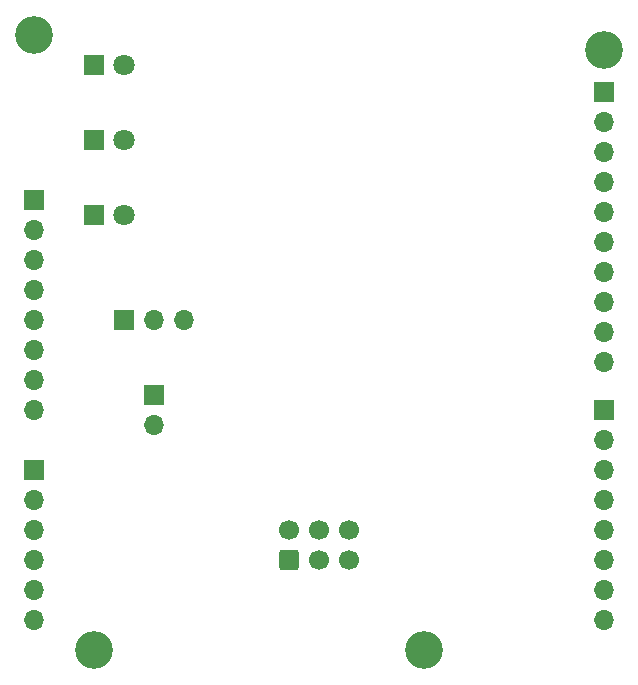
<source format=gbr>
%TF.GenerationSoftware,KiCad,Pcbnew,7.0.10-7.0.10~ubuntu22.04.1*%
%TF.CreationDate,2024-01-23T12:26:40-05:00*%
%TF.ProjectId,arduino_icsp_shield,61726475-696e-46f5-9f69-6373705f7368,0.1*%
%TF.SameCoordinates,Original*%
%TF.FileFunction,Soldermask,Bot*%
%TF.FilePolarity,Negative*%
%FSLAX46Y46*%
G04 Gerber Fmt 4.6, Leading zero omitted, Abs format (unit mm)*
G04 Created by KiCad (PCBNEW 7.0.10-7.0.10~ubuntu22.04.1) date 2024-01-23 12:26:40*
%MOMM*%
%LPD*%
G01*
G04 APERTURE LIST*
G04 Aperture macros list*
%AMRoundRect*
0 Rectangle with rounded corners*
0 $1 Rounding radius*
0 $2 $3 $4 $5 $6 $7 $8 $9 X,Y pos of 4 corners*
0 Add a 4 corners polygon primitive as box body*
4,1,4,$2,$3,$4,$5,$6,$7,$8,$9,$2,$3,0*
0 Add four circle primitives for the rounded corners*
1,1,$1+$1,$2,$3*
1,1,$1+$1,$4,$5*
1,1,$1+$1,$6,$7*
1,1,$1+$1,$8,$9*
0 Add four rect primitives between the rounded corners*
20,1,$1+$1,$2,$3,$4,$5,0*
20,1,$1+$1,$4,$5,$6,$7,0*
20,1,$1+$1,$6,$7,$8,$9,0*
20,1,$1+$1,$8,$9,$2,$3,0*%
G04 Aperture macros list end*
%ADD10RoundRect,0.250000X0.600000X-0.600000X0.600000X0.600000X-0.600000X0.600000X-0.600000X-0.600000X0*%
%ADD11C,1.700000*%
%ADD12C,3.200000*%
%ADD13R,1.700000X1.700000*%
%ADD14O,1.700000X1.700000*%
%ADD15R,1.800000X1.800000*%
%ADD16C,1.800000*%
G04 APERTURE END LIST*
D10*
%TO.C,J5*%
X124130000Y-89840000D03*
D11*
X124130000Y-87300000D03*
X126670000Y-89840000D03*
X126670000Y-87300000D03*
X129210000Y-89840000D03*
X129210000Y-87300000D03*
%TD*%
D12*
%TO.C,MH1*%
X150800000Y-46660000D03*
%TD*%
D13*
%TO.C,JP1*%
X110160000Y-69520000D03*
D14*
X112700000Y-69520000D03*
X115240000Y-69520000D03*
%TD*%
D15*
%TO.C,D2*%
X107620000Y-60630000D03*
D16*
X110160000Y-60630000D03*
%TD*%
D15*
%TO.C,D3*%
X107620000Y-54280000D03*
D16*
X110160000Y-54280000D03*
%TD*%
D15*
%TO.C,D1*%
X107620000Y-47930000D03*
D16*
X110160000Y-47930000D03*
%TD*%
D13*
%TO.C,JP2*%
X112700000Y-75870000D03*
D14*
X112700000Y-78410000D03*
%TD*%
D12*
%TO.C,MH2*%
X102540000Y-45390000D03*
%TD*%
%TO.C,MH3*%
X135560000Y-97460000D03*
%TD*%
%TO.C,MH4*%
X107620000Y-97460000D03*
%TD*%
D13*
%TO.C,J1*%
X102540000Y-59360000D03*
D14*
X102540000Y-61900000D03*
X102540000Y-64440000D03*
X102540000Y-66980000D03*
X102540000Y-69520000D03*
X102540000Y-72060000D03*
X102540000Y-74600000D03*
X102540000Y-77140000D03*
%TD*%
D13*
%TO.C,J3*%
X102540000Y-82220000D03*
D14*
X102540000Y-84760000D03*
X102540000Y-87300000D03*
X102540000Y-89840000D03*
X102540000Y-92380000D03*
X102540000Y-94920000D03*
%TD*%
D13*
%TO.C,J2*%
X150800000Y-50216000D03*
D14*
X150800000Y-52756000D03*
X150800000Y-55296000D03*
X150800000Y-57836000D03*
X150800000Y-60376000D03*
X150800000Y-62916000D03*
X150800000Y-65456000D03*
X150800000Y-67996000D03*
X150800000Y-70536000D03*
X150800000Y-73076000D03*
%TD*%
D13*
%TO.C,J4*%
X150800000Y-77140000D03*
D14*
X150800000Y-79680000D03*
X150800000Y-82220000D03*
X150800000Y-84760000D03*
X150800000Y-87300000D03*
X150800000Y-89840000D03*
X150800000Y-92380000D03*
X150800000Y-94920000D03*
%TD*%
M02*

</source>
